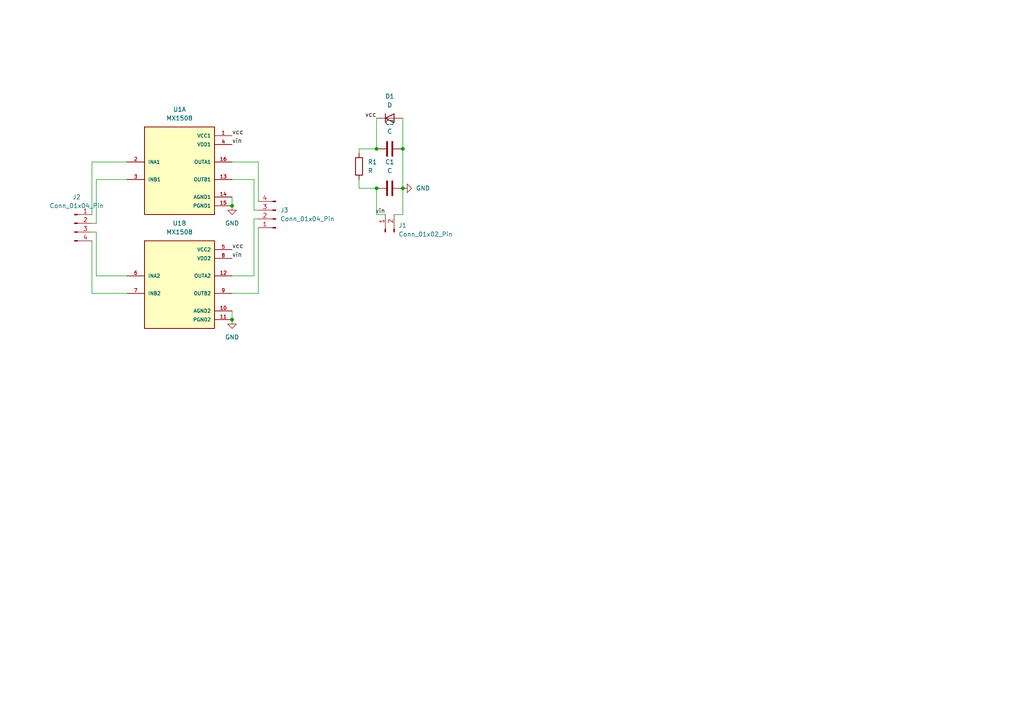
<source format=kicad_sch>
(kicad_sch (version 20231120) (generator "eeschema") (generator_version "8.0")
  (paper "A4")
  (lib_symbols
    (symbol "Connector:Conn_01x02_Pin" (pin_names (offset 1.016) hide)
      (property "Reference" "J" (at 0 2.54 0))
      (property "Value" "Conn_01x02_Pin" (at 0 -5.08 0))
      (symbol "Conn_01x02_Pin_1_1"
        (polyline (pts (xy 1.27 -2.54) (xy 0.8636 -2.54)) (stroke (width 0.1524)))
        (polyline (pts (xy 1.27 0) (xy 0.8636 0)) (stroke (width 0.1524)))
        (rectangle (start 0.8636 -2.413) (end 0 -2.667) (stroke (width 0.1524)) (fill (type outline)))
        (rectangle (start 0.8636 0.127) (end 0 -0.127) (stroke (width 0.1524)) (fill (type outline)))
        (pin passive line (at 5.08 0 180) (length 3.81) (name "Pin_1") (number "1"))
        (pin passive line (at 5.08 -2.54 180) (length 3.81) (name "Pin_2") (number "2"))
      )
    )
    (symbol "Connector:Conn_01x04_Pin" (pin_names (offset 1.016) hide)
      (property "Reference" "J" (at 0 5.08 0))
      (property "Value" "Conn_01x04_Pin" (at 0 -7.62 0))
      (symbol "Conn_01x04_Pin_1_1"
        (polyline (pts (xy 1.27 -5.08) (xy 0.8636 -5.08)) (stroke (width 0.1524)))
        (polyline (pts (xy 1.27 -2.54) (xy 0.8636 -2.54)) (stroke (width 0.1524)))
        (polyline (pts (xy 1.27 0) (xy 0.8636 0)) (stroke (width 0.1524)))
        (polyline (pts (xy 1.27 2.54) (xy 0.8636 2.54)) (stroke (width 0.1524)))
        (rectangle (start 0.8636 -4.953) (end 0 -5.207) (stroke (width 0.1524)) (fill (type outline)))
        (rectangle (start 0.8636 -2.413) (end 0 -2.667) (stroke (width 0.1524)) (fill (type outline)))
        (rectangle (start 0.8636 0.127) (end 0 -0.127) (stroke (width 0.1524)) (fill (type outline)))
        (rectangle (start 0.8636 2.667) (end 0 2.413) (stroke (width 0.1524)) (fill (type outline)))
        (pin passive line (at 5.08 2.54 180) (length 3.81) (name "Pin_1") (number "1"))
        (pin passive line (at 5.08 0 180) (length 3.81) (name "Pin_2") (number "2"))
        (pin passive line (at 5.08 -2.54 180) (length 3.81) (name "Pin_3") (number "3"))
        (pin passive line (at 5.08 -5.08 180) (length 3.81) (name "Pin_4") (number "4"))
      )
    )
    (symbol "Device:C" (pin_numbers hide) (pin_names (offset 0.254))
      (property "Reference" "C" (at 0.635 2.54 0))
      (property "Value" "C" (at 0.635 -2.54 0))
      (symbol "C_0_1"
        (polyline (pts (xy -2.032 -0.762) (xy 2.032 -0.762)) (stroke (width 0.508)))
        (polyline (pts (xy -2.032 0.762) (xy 2.032 0.762)) (stroke (width 0.508)))
      )
      (symbol "C_1_1"
        (pin passive line (at 0 3.81 270) (length 2.794) (name "~") (number "1"))
        (pin passive line (at 0 -3.81 90) (length 2.794) (name "~") (number "2"))
      )
    )
    (symbol "Device:D" (pin_numbers hide) (pin_names (offset 1.016) hide)
      (property "Reference" "D" (at 0 2.54 0))
      (property "Value" "D" (at 0 -2.54 0))
      (symbol "D_0_1"
        (polyline (pts (xy -1.27 1.27) (xy -1.27 -1.27)) (stroke (width 0.254)))
        (polyline (pts (xy 1.27 0) (xy -1.27 0)))
        (polyline (pts (xy 1.27 1.27) (xy 1.27 -1.27) (xy -1.27 0) (xy 1.27 1.27)) (stroke (width 0.254)))
      )
      (symbol "D_1_1"
        (pin passive line (at -3.81 0 0) (length 2.54) (name "K") (number "1"))
        (pin passive line (at 3.81 0 180) (length 2.54) (name "A") (number "2"))
      )
    )
    (symbol "Device:R" (pin_numbers hide) (pin_names (offset 0))
      (property "Reference" "R" (at 2.032 0 90))
      (property "Value" "R" (at 0 0 90))
      (symbol "R_0_1"
        (rectangle (start -1.016 -2.54) (end 1.016 2.54) (stroke (width 0.254)))
      )
      (symbol "R_1_1"
        (pin passive line (at 0 3.81 270) (length 1.27) (name "~") (number "1"))
        (pin passive line (at 0 -3.81 90) (length 1.27) (name "~") (number "2"))
      )
    )
    (symbol "PVA_board:MX1508" (pin_names (offset 1.016))
      (property "Reference" "U" (at -10.16 15.24 0))
      (property "Value" "MX1508" (at -10.16 -15.24 0))
      (symbol "MX1508_1_0"
        (rectangle (start -10.16 -12.7) (end 10.16 12.7) (stroke (width 0.254)) (fill (type background)))
        (pin power_in line (at 15.24 10.16 180) (length 5.08) (name "VCC1") (number "1"))
        (pin output line (at 15.24 -2.54 180) (length 5.08) (name "OUTB1") (number "13"))
        (pin power_in line (at 15.24 -7.62 180) (length 5.08) (name "AGND1") (number "14"))
        (pin power_in line (at 15.24 -10.16 180) (length 5.08) (name "PGND1") (number "15"))
        (pin output line (at 15.24 2.54 180) (length 5.08) (name "OUTA1") (number "16"))
        (pin input line (at -15.24 2.54 0) (length 5.08) (name "INA1") (number "2"))
        (pin input line (at -15.24 -2.54 0) (length 5.08) (name "INB1") (number "3"))
        (pin power_in line (at 15.24 7.62 180) (length 5.08) (name "VDD1") (number "4"))
      )
      (symbol "MX1508_2_0"
        (rectangle (start -10.16 -12.7) (end 10.16 12.7) (stroke (width 0.254)) (fill (type background)))
        (pin power_in line (at 15.24 -7.62 180) (length 5.08) (name "AGND2") (number "10"))
        (pin power_in line (at 15.24 -10.16 180) (length 5.08) (name "PGND2") (number "11"))
        (pin output line (at 15.24 2.54 180) (length 5.08) (name "OUTA2") (number "12"))
        (pin power_in line (at 15.24 10.16 180) (length 5.08) (name "VCC2") (number "5"))
        (pin input line (at -15.24 2.54 0) (length 5.08) (name "INA2") (number "6"))
        (pin input line (at -15.24 -2.54 0) (length 5.08) (name "INB2") (number "7"))
        (pin power_in line (at 15.24 7.62 180) (length 5.08) (name "VDD2") (number "8"))
        (pin output line (at 15.24 -2.54 180) (length 5.08) (name "OUTB2") (number "9"))
      )
    )
    (symbol "power:GND" (power) (pin_numbers hide) (pin_names (offset 0) hide)
      (property "Value" "GND" (at 0 -3.81 0))
      (symbol "GND_0_1"
        (polyline (pts (xy 0 0) (xy 0 -1.27) (xy 1.27 -1.27) (xy 0 -2.54) (xy -1.27 -1.27) (xy 0 -1.27)))
      )
      (symbol "GND_1_1"
        (pin power_in line (at 0 0 270) (length 0) (name "~") (number "1"))
      )
    )
  )
  (junction (at 67.31 59.69))
  (junction (at 116.84 43.18))
  (junction (at 109.22 54.61))
  (junction (at 116.84 54.61))
  (junction (at 109.22 43.18))
  (junction (at 67.31 92.71))
  (wire (pts (xy 67.31 46.99) (xy 74.93 46.99)))
  (wire (pts (xy 109.22 34.29) (xy 109.22 43.18)))
  (wire (pts (xy 74.93 46.99) (xy 74.93 58.42)))
  (wire (pts (xy 74.93 85.09) (xy 67.31 85.09)))
  (wire (pts (xy 109.22 62.23) (xy 111.76 62.23)))
  (wire (pts (xy 116.84 62.23) (xy 116.84 54.61)))
  (wire (pts (xy 73.66 80.01) (xy 67.31 80.01)))
  (wire (pts (xy 67.31 57.15) (xy 67.31 59.69)))
  (wire (pts (xy 26.67 67.31) (xy 27.94 67.31)))
  (wire (pts (xy 27.94 80.01) (xy 36.83 80.01)))
  (wire (pts (xy 104.14 43.18) (xy 104.14 44.45)))
  (wire (pts (xy 27.94 52.07) (xy 27.94 64.77)))
  (wire (pts (xy 114.3 62.23) (xy 116.84 62.23)))
  (wire (pts (xy 67.31 90.17) (xy 67.31 92.71)))
  (wire (pts (xy 27.94 67.31) (xy 27.94 80.01)))
  (wire (pts (xy 26.67 69.85) (xy 26.67 85.09)))
  (wire (pts (xy 116.84 43.18) (xy 116.84 54.61)))
  (wire (pts (xy 109.22 54.61) (xy 109.22 62.23)))
  (wire (pts (xy 109.22 43.18) (xy 104.14 43.18)))
  (wire (pts (xy 116.84 34.29) (xy 116.84 43.18)))
  (wire (pts (xy 36.83 46.99) (xy 26.67 46.99)))
  (wire (pts (xy 104.14 52.07) (xy 104.14 54.61)))
  (wire (pts (xy 73.66 60.96) (xy 74.93 60.96)))
  (wire (pts (xy 36.83 52.07) (xy 27.94 52.07)))
  (wire (pts (xy 26.67 85.09) (xy 36.83 85.09)))
  (wire (pts (xy 74.93 66.04) (xy 74.93 85.09)))
  (wire (pts (xy 26.67 46.99) (xy 26.67 62.23)))
  (wire (pts (xy 67.31 52.07) (xy 73.66 52.07)))
  (wire (pts (xy 73.66 63.5) (xy 73.66 80.01)))
  (wire (pts (xy 74.93 63.5) (xy 73.66 63.5)))
  (wire (pts (xy 104.14 54.61) (xy 109.22 54.61)))
  (wire (pts (xy 73.66 52.07) (xy 73.66 60.96)))
  (wire (pts (xy 27.94 64.77) (xy 26.67 64.77)))
  (label "vcc" (at 67.31 72.39 0))
  (label "vcc" (at 109.22 34.29 180))
  (label "vin" (at 67.31 74.93 0))
  (label "vcc" (at 67.31 39.37 0))
  (label "vin" (at 111.76 62.23 180))
  (label "vin" (at 67.31 41.91 0))
  (symbol (lib_id "power:GND") (at 116.84 54.61 90) (unit 1)
    (property "Reference" "#PWR03" (effects (hide yes)))
    (property "Value" "GND" (at 120.65 54.6099 90) (effects (justify right)))
    (property "Description" "Power symbol creates a global label with name \"GND\" , ground" (effects (hide yes)))
  )
  (symbol (lib_id "PVA_board:MX1508") (at 52.07 49.53 0) (unit 1)
    (property "Reference" "U1" (at 52.07 31.75 0))
    (property "Value" "MX1508" (at 52.07 34.29 0))
    (property "Footprint" "PVA_board:mx1508" (effects (hide yes)))
    (property "Description_1" "\n                        \n                            \n                        \n" (effects (hide yes)))
  )
  (symbol (lib_id "power:GND") (at 67.31 92.71 0) (unit 1)
    (property "Reference" "#PWR02" (effects (hide yes)))
    (property "Value" "GND" (at 67.31 97.79 0))
    (property "Description" "Power symbol creates a global label with name \"GND\" , ground" (effects (hide yes)))
  )
  (symbol (lib_id "Connector:Conn_01x02_Pin") (at 111.76 67.31 90) (unit 1)
    (property "Reference" "J1" (at 115.57 65.4049 90) (effects (justify right)))
    (property "Value" "Conn_01x02_Pin" (at 115.57 67.9449 90) (effects (justify right)))
    (property "Footprint" "PVA_board:PinHeader_1x02_P2.54mm_Vertical" (effects (hide yes)))
    (property "Description" "Generic connector, single row, 01x02, script generated" (effects (hide yes)))
  )
  (symbol (lib_id "PVA_board:MX1508") (at 52.07 82.55 0) (unit 2)
    (property "Reference" "U1" (at 52.07 64.77 0))
    (property "Value" "MX1508" (at 52.07 67.31 0))
    (property "Footprint" "PVA_board:mx1508" (effects (hide yes)))
    (property "Description_1" "\n                        \n                            \n                        \n" (effects (hide yes)))
  )
  (symbol (lib_id "Connector:Conn_01x04_Pin") (at 80.01 63.5 180) (unit 1)
    (property "Reference" "J3" (at 81.28 60.9599 0) (effects (justify right)))
    (property "Value" "Conn_01x04_Pin" (at 81.28 63.4999 0) (effects (justify right)))
    (property "Footprint" "PVA_board:PinSocket_1x04_P2.54mm_Vertical" (effects (hide yes)))
    (property "Description" "Generic connector, single row, 01x04, script generated" (effects (hide yes)))
  )
  (symbol (lib_id "power:GND") (at 67.31 59.69 0) (unit 1)
    (property "Reference" "#PWR01" (effects (hide yes)))
    (property "Value" "GND" (at 67.31 64.77 0))
    (property "Description" "Power symbol creates a global label with name \"GND\" , ground" (effects (hide yes)))
  )
  (symbol (lib_id "Connector:Conn_01x04_Pin") (at 21.59 64.77 0) (unit 1)
    (property "Reference" "J2" (at 22.225 57.15 0))
    (property "Value" "Conn_01x04_Pin" (at 22.225 59.69 0))
    (property "Footprint" "PVA_board:PinSocket_1x04_P2.54mm_Vertical" (effects (hide yes)))
    (property "Description" "Generic connector, single row, 01x04, script generated" (effects (hide yes)))
  )
  (symbol (lib_id "Device:R") (at 104.14 48.26 180) (unit 1)
    (property "Reference" "R1" (at 106.68 46.9899 0) (effects (justify right)))
    (property "Value" "R" (at 106.68 49.5299 0) (effects (justify right)))
    (property "Footprint" "PVA_board:D_DO-41_SOD81_P7.62mm_Horizontal" (effects (hide yes)))
    (property "Description" "Resistor" (effects (hide yes)))
  )
  (symbol (lib_id "Device:C") (at 113.03 43.18 90) (unit 1)
    (property "Reference" "C3" (at 113.03 35.56 90))
    (property "Value" "C" (at 113.03 38.1 90))
    (property "Footprint" "PVA_board:CP_Radial_D5.0mm_P2.00mm" (effects (hide yes)))
    (property "Description" "Unpolarized capacitor" (effects (hide yes)))
  )
  (symbol (lib_id "Device:D") (at 113.03 34.29 0) (unit 1)
    (property "Reference" "D1" (at 113.03 27.94 0))
    (property "Value" "D" (at 113.03 30.48 0))
    (property "Footprint" "PVA_board:D_DO-41_SOD81_P7.62mm_Horizontal" (effects (hide yes)))
    (property "Description" "Diode" (effects (hide yes)))
    (property "Sim.Device" "D" (effects (hide yes)))
    (property "Sim.Pins" "1=K 2=A" (effects (hide yes)))
  )
  (symbol (lib_id "Device:C") (at 113.03 54.61 90) (unit 1)
    (property "Reference" "C1" (at 113.03 46.99 90))
    (property "Value" "C" (at 113.03 49.53 90))
    (property "Footprint" "PVA_board:CP_Radial_D5.0mm_P2.00mm" (effects (hide yes)))
    (property "Description" "Unpolarized capacitor" (effects (hide yes)))
  )
)
</source>
